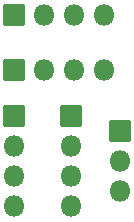
<source format=gbr>
%TF.GenerationSoftware,KiCad,Pcbnew,9.0.0*%
%TF.CreationDate,2025-04-25T12:11:26-04:00*%
%TF.ProjectId,PawPlans,50617750-6c61-46e7-932e-6b696361645f,0.5.0*%
%TF.SameCoordinates,Original*%
%TF.FileFunction,Soldermask,Top*%
%TF.FilePolarity,Negative*%
%FSLAX46Y46*%
G04 Gerber Fmt 4.6, Leading zero omitted, Abs format (unit mm)*
G04 Created by KiCad (PCBNEW 9.0.0) date 2025-04-25 12:11:26*
%MOMM*%
%LPD*%
G01*
G04 APERTURE LIST*
G04 Aperture macros list*
%AMRoundRect*
0 Rectangle with rounded corners*
0 $1 Rounding radius*
0 $2 $3 $4 $5 $6 $7 $8 $9 X,Y pos of 4 corners*
0 Add a 4 corners polygon primitive as box body*
4,1,4,$2,$3,$4,$5,$6,$7,$8,$9,$2,$3,0*
0 Add four circle primitives for the rounded corners*
1,1,$1+$1,$2,$3*
1,1,$1+$1,$4,$5*
1,1,$1+$1,$6,$7*
1,1,$1+$1,$8,$9*
0 Add four rect primitives between the rounded corners*
20,1,$1+$1,$2,$3,$4,$5,0*
20,1,$1+$1,$4,$5,$6,$7,0*
20,1,$1+$1,$6,$7,$8,$9,0*
20,1,$1+$1,$8,$9,$2,$3,0*%
G04 Aperture macros list end*
%ADD10RoundRect,0.050800X0.850000X-0.850000X0.850000X0.850000X-0.850000X0.850000X-0.850000X-0.850000X0*%
%ADD11O,1.801600X1.801600*%
%ADD12RoundRect,0.050800X-0.850000X-0.850000X0.850000X-0.850000X0.850000X0.850000X-0.850000X0.850000X0*%
G04 APERTURE END LIST*
D10*
%TO.C,DM_PORT_A1*%
X100000000Y-63650000D03*
D11*
X102540000Y-63650000D03*
X105080000Y-63650000D03*
X107620000Y-63650000D03*
%TD*%
D10*
%TO.C,DM_PORT_B1*%
X100000000Y-59000000D03*
D11*
X102540000Y-59000000D03*
X105080000Y-59000000D03*
X107620000Y-59000000D03*
%TD*%
D12*
%TO.C,LD_CELL_AMP1*%
X104800000Y-67525000D03*
D11*
X104800000Y-70065000D03*
X104800000Y-72605000D03*
X104800000Y-75145000D03*
%TD*%
D12*
%TO.C,SERVO1*%
X109000000Y-68800000D03*
D11*
X109000000Y-71340000D03*
X109000000Y-73880000D03*
%TD*%
D12*
%TO.C,PROXY1*%
X100000000Y-67525000D03*
D11*
X100000000Y-70065000D03*
X100000000Y-72605000D03*
X100000000Y-75145000D03*
%TD*%
M02*

</source>
